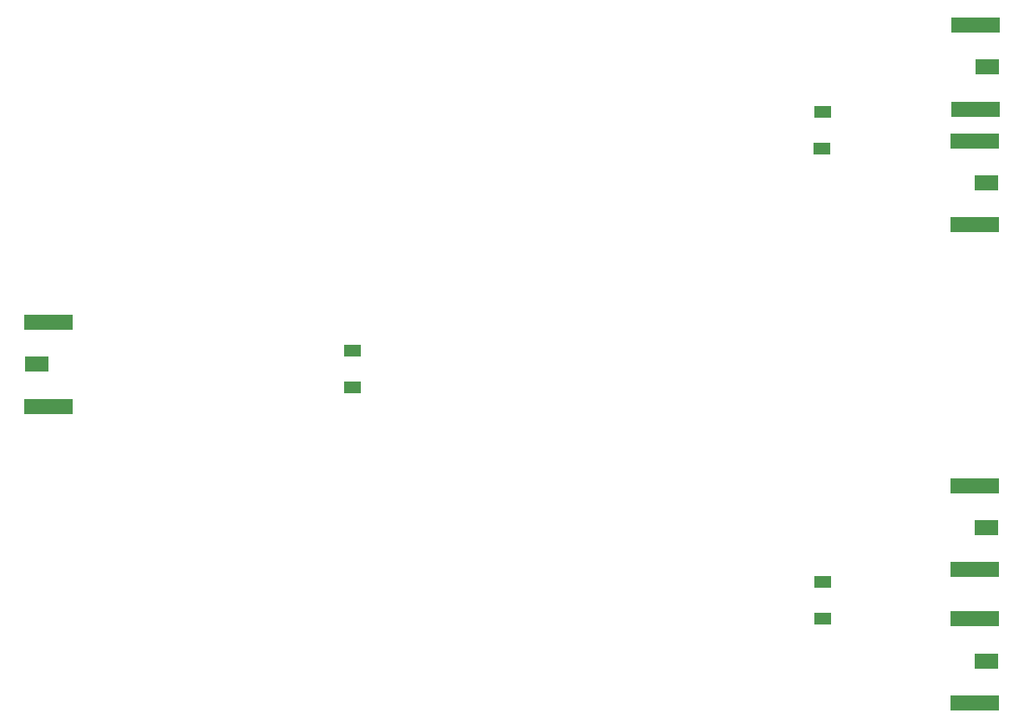
<source format=gbr>
G04 EAGLE Gerber X2 export*
G75*
%MOMM*%
%FSLAX34Y34*%
%LPD*%
%AMOC8*
5,1,8,0,0,1.08239X$1,22.5*%
G01*
%ADD10R,2.362200X1.498600*%
%ADD11R,4.902200X1.600200*%
%ADD12R,1.803400X1.295400*%


D10*
X18442Y500500D03*
D11*
X30291Y457955D03*
X30291Y543045D03*
D10*
X981458Y801800D03*
D11*
X969609Y844345D03*
X969609Y759255D03*
D10*
X981358Y684600D03*
D11*
X969509Y727145D03*
X969509Y642055D03*
D10*
X981158Y199700D03*
D11*
X969309Y242245D03*
X969309Y157155D03*
D10*
X981258Y334900D03*
D11*
X969409Y377445D03*
X969409Y292355D03*
D12*
X338246Y477158D03*
X338500Y514496D03*
X814546Y718858D03*
X814800Y756196D03*
X815046Y242358D03*
X815300Y279696D03*
M02*

</source>
